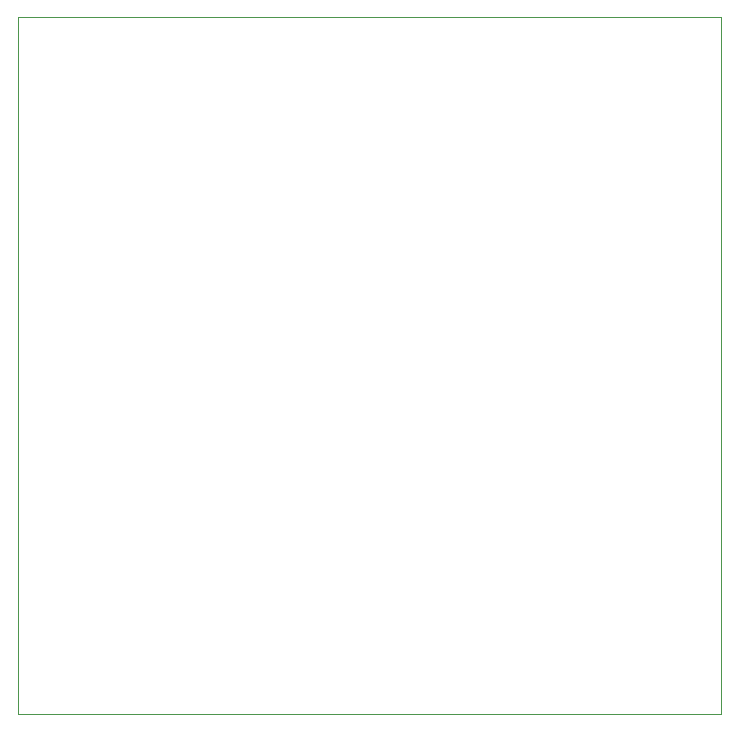
<source format=gbr>
%TF.GenerationSoftware,KiCad,Pcbnew,8.0.7-unknown-202501031821~9d36205ced~ubuntu20.04.1*%
%TF.CreationDate,2025-01-13T23:31:32-03:00*%
%TF.ProjectId,Wise-Shield-32,57697365-2d53-4686-9965-6c642d33322e,rev?*%
%TF.SameCoordinates,Original*%
%TF.FileFunction,Profile,NP*%
%FSLAX46Y46*%
G04 Gerber Fmt 4.6, Leading zero omitted, Abs format (unit mm)*
G04 Created by KiCad (PCBNEW 8.0.7-unknown-202501031821~9d36205ced~ubuntu20.04.1) date 2025-01-13 23:31:32*
%MOMM*%
%LPD*%
G01*
G04 APERTURE LIST*
%TA.AperFunction,Profile*%
%ADD10C,0.050000*%
%TD*%
G04 APERTURE END LIST*
D10*
X97500000Y-120000000D02*
X157000000Y-120000000D01*
X157000000Y-120000000D02*
X157000000Y-61000000D01*
X97500000Y-61000000D02*
X97500000Y-120000000D01*
X157000000Y-61000000D02*
X97500000Y-61000000D01*
M02*

</source>
